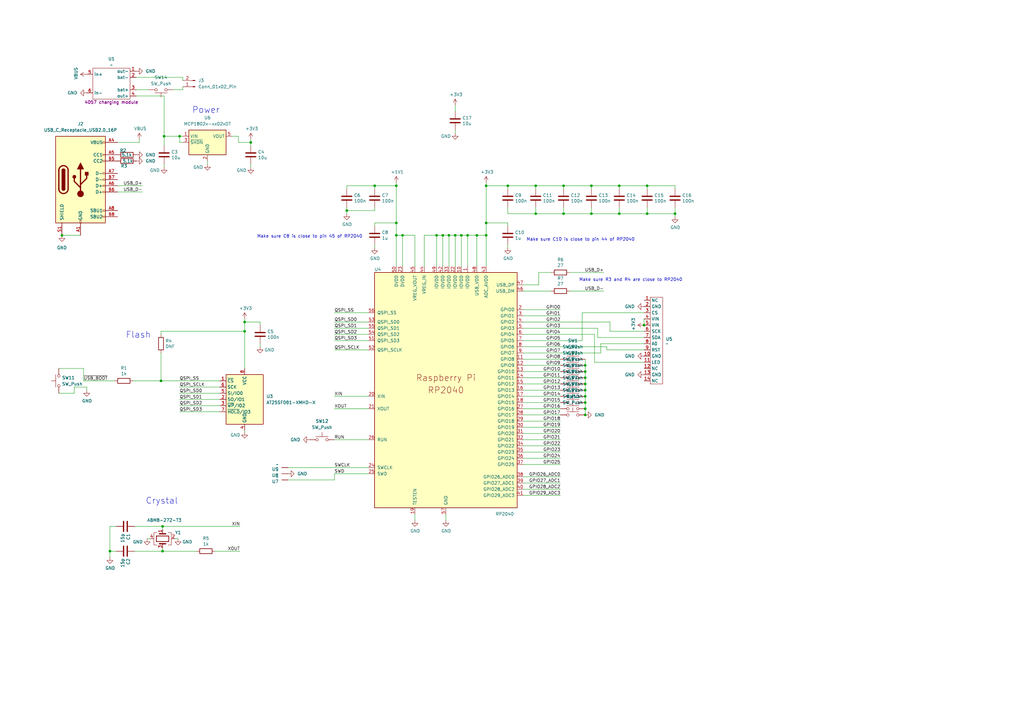
<source format=kicad_sch>
(kicad_sch (version 20231120) (generator "eeschema") (generator_version "8.0")
  (paper "A3")
  (title_block (title "RP2040 Minimal Design Example") (date "2024-01-16") (rev "REV2") (company "Raspberry Pi Ltd"))
  (lib_symbols
    (symbol "Connector:Conn_01x02_Pin" (pin_names (offset 1.016) hide)
      (property "Reference" "J" (at 0 2.54 0))
      (property "Value" "Conn_01x02_Pin" (at 0 -5.08 0))
      (symbol "Conn_01x02_Pin_1_1"
        (pin passive line (at 5.08 0 180) (length 3.81) (name "Pin_1") (number "1"))
        (pin passive line (at 5.08 -2.54 180) (length 3.81) (name "Pin_2") (number "2"))
      )
    )
    (symbol "Connector:USB_C_Receptacle_USB2.0_16P" (pin_names (offset 1.016))
      (property "Reference" "J" (at 0 22.225 0))
      (property "Value" "USB_C_Receptacle_USB2.0_16P" (at 0 19.685 0))
      (symbol "USB_C_Receptacle_USB2.0_16P_1_1"
        (pin passive line (at 0 -22.86 90) (length 5.08) (name "GND") (number "A1"))
        (pin passive line (at 0 -22.86 90) (length 5.08) hide (name "GND") (number "A12"))
        (pin passive line (at 15.24 15.24 180) (length 5.08) (name "VBUS") (number "A4"))
        (pin bidirectional line (at 15.24 10.16 180) (length 5.08) (name "CC1") (number "A5"))
        (pin bidirectional line (at 15.24 -2.54 180) (length 5.08) (name "D+") (number "A6"))
        (pin bidirectional line (at 15.24 2.54 180) (length 5.08) (name "D-") (number "A7"))
        (pin bidirectional line (at 15.24 -12.7 180) (length 5.08) (name "SBU1") (number "A8"))
        (pin passive line (at 15.24 15.24 180) (length 5.08) hide (name "VBUS") (number "A9"))
        (pin passive line (at 0 -22.86 90) (length 5.08) hide (name "GND") (number "B1"))
        (pin passive line (at 0 -22.86 90) (length 5.08) hide (name "GND") (number "B12"))
        (pin passive line (at 15.24 15.24 180) (length 5.08) hide (name "VBUS") (number "B4"))
        (pin bidirectional line (at 15.24 7.62 180) (length 5.08) (name "CC2") (number "B5"))
        (pin bidirectional line (at 15.24 -5.08 180) (length 5.08) (name "D+") (number "B6"))
        (pin bidirectional line (at 15.24 0 180) (length 5.08) (name "D-") (number "B7"))
        (pin bidirectional line (at 15.24 -15.24 180) (length 5.08) (name "SBU2") (number "B8"))
        (pin passive line (at 15.24 15.24 180) (length 5.08) hide (name "VBUS") (number "B9"))
        (pin passive line (at -7.62 -22.86 90) (length 5.08) (name "SHIELD") (number "S1"))
      )
    )
    (symbol "Device:C" (pin_numbers hide) (pin_names (offset 0.254))
      (property "Reference" "C" (at 0.635 2.54 0))
      (property "Value" "C" (at 0.635 -2.54 0))
      (symbol "C_1_1"
        (pin passive line (at 0 3.81 270) (length 2.794) (name "~") (number "1"))
        (pin passive line (at 0 -3.81 90) (length 2.794) (name "~") (number "2"))
      )
    )
    (symbol "Device:Crystal_GND24" (pin_names (offset 1.016) hide)
      (property "Reference" "Y" (at 3.175 5.08 0))
      (property "Value" "Crystal_GND24" (at 3.175 3.175 0))
      (symbol "Crystal_GND24_1_1"
        (pin passive line (at -3.81 0 0) (length 1.27) (name "1") (number "1"))
        (pin passive line (at 0 5.08 270) (length 1.27) (name "2") (number "2"))
        (pin passive line (at 3.81 0 180) (length 1.27) (name "3") (number "3"))
        (pin passive line (at 0 -5.08 90) (length 1.27) (name "4") (number "4"))
      )
    )
    (symbol "Device:R" (pin_numbers hide) (pin_names (offset 0))
      (property "Reference" "R" (at 2.032 0 90))
      (property "Value" "R" (at 0 0 90))
      (symbol "R_1_1"
        (pin passive line (at 0 3.81 270) (length 1.27) (name "~") (number "1"))
        (pin passive line (at 0 -3.81 90) (length 1.27) (name "~") (number "2"))
      )
    )
    (symbol "GND_1" (power) (pin_numbers hide) (pin_names (offset 0) hide)
      (property "Value" "GND" (at 0 -3.81 0))
      (symbol "GND_1_1_1"
        (pin power_in line (at 0 0 270) (length 0) (name "~") (number "1"))
      )
    )
    (symbol "GND_2" (power) (pin_numbers hide) (pin_names (offset 0) hide)
      (property "Value" "GND" (at 0 -3.81 0))
      (symbol "GND_2_1_1"
        (pin power_in line (at 0 0 270) (length 0) (name "~") (number "1"))
      )
    )
    (symbol "GND_3" (power) (pin_numbers hide) (pin_names (offset 0) hide)
      (property "Value" "GND" (at 0 -3.81 0))
      (symbol "GND_3_1_1"
        (pin power_in line (at 0 0 270) (length 0) (name "~") (number "1"))
      )
    )
    (symbol "GND_4" (power) (pin_numbers hide) (pin_names (offset 0) hide)
      (property "Value" "GND" (at 0 -3.81 0))
      (symbol "GND_4_1_1"
        (pin power_in line (at 0 0 270) (length 0) (name "~") (number "1"))
      )
    )
    (symbol "GND_5" (power) (pin_numbers hide) (pin_names (offset 0) hide)
      (property "Value" "GND" (at 0 -3.81 0))
      (symbol "GND_5_1_1"
        (pin power_in line (at 0 0 270) (length 0) (name "~") (number "1"))
      )
    )
    (symbol "GND_6" (power) (pin_numbers hide) (pin_names (offset 0) hide)
      (property "Value" "GND" (at 0 -3.81 0))
      (symbol "GND_6_1_1"
        (pin power_in line (at 0 0 270) (length 0) (name "~") (number "1"))
      )
    )
    (symbol "GND_7" (power) (pin_numbers hide) (pin_names (offset 0) hide)
      (property "Value" "GND" (at 0 -3.81 0))
      (symbol "GND_7_1_1"
        (pin power_in line (at 0 0 270) (length 0) (name "~") (number "1"))
      )
    )
    (symbol "MCU_RaspberryPi_RP2040:RP2040" (pin_names (offset 1.016))
      (property "Reference" "U" (at -29.21 49.53 0))
      (property "Value" "RP2040" (at 24.13 -49.53 0))
      (symbol "RP2040_0_0"
        (text "Raspberry Pi" (at 0 5.08 0) (effects (font (size 2.54 2.54))))
        (text "RP2040" (at 0 0 0) (effects (font (size 2.54 2.54))))
      )
      (symbol "RP2040_1_1"
        (pin power_in line (at 8.89 50.8 270) (length 2.54) (name "IOVDD") (number "1"))
        (pin power_in line (at 6.35 50.8 270) (length 2.54) (name "IOVDD") (number "10"))
        (pin bidirectional line (at 31.75 12.7 180) (length 2.54) (name "GPIO8") (number "11"))
        (pin bidirectional line (at 31.75 10.16 180) (length 2.54) (name "GPIO9") (number "12"))
        (pin bidirectional line (at 31.75 7.62 180) (length 2.54) (name "GPIO10") (number "13"))
        (pin bidirectional line (at 31.75 5.08 180) (length 2.54) (name "GPIO11") (number "14"))
        (pin bidirectional line (at 31.75 2.54 180) (length 2.54) (name "GPIO12") (number "15"))
        (pin bidirectional line (at 31.75 0 180) (length 2.54) (name "GPIO13") (number "16"))
        (pin bidirectional line (at 31.75 -2.54 180) (length 2.54) (name "GPIO14") (number "17"))
        (pin bidirectional line (at 31.75 -5.08 180) (length 2.54) (name "GPIO15") (number "18"))
        (pin passive line (at -12.7 -50.8 90) (length 2.54) (name "TESTEN") (number "19"))
        (pin bidirectional line (at 31.75 33.02 180) (length 2.54) (name "GPIO0") (number "2"))
        (pin input line (at -31.75 -2.54 0) (length 2.54) (name "XIN") (number "20"))
        (pin passive line (at -31.75 -7.62 0) (length 2.54) (name "XOUT") (number "21"))
        (pin power_in line (at 3.81 50.8 270) (length 2.54) (name "IOVDD") (number "22"))
        (pin power_in line (at -17.78 50.8 270) (length 2.54) (name "DVDD") (number "23"))
        (pin output line (at -31.75 -31.75 0) (length 2.54) (name "SWCLK") (number "24"))
        (pin bidirectional line (at -31.75 -34.29 0) (length 2.54) (name "SWD") (number "25"))
        (pin input line (at -31.75 -20.32 0) (length 2.54) (name "RUN") (number "26"))
        (pin bidirectional line (at 31.75 -7.62 180) (length 2.54) (name "GPIO16") (number "27"))
        (pin bidirectional line (at 31.75 -10.16 180) (length 2.54) (name "GPIO17") (number "28"))
        (pin bidirectional line (at 31.75 -12.7 180) (length 2.54) (name "GPIO18") (number "29"))
        (pin bidirectional line (at 31.75 30.48 180) (length 2.54) (name "GPIO1") (number "3"))
        (pin bidirectional line (at 31.75 -15.24 180) (length 2.54) (name "GPIO19") (number "30"))
        (pin bidirectional line (at 31.75 -17.78 180) (length 2.54) (name "GPIO20") (number "31"))
        (pin bidirectional line (at 31.75 -20.32 180) (length 2.54) (name "GPIO21") (number "32"))
        (pin power_in line (at 1.27 50.8 270) (length 2.54) (name "IOVDD") (number "33"))
        (pin bidirectional line (at 31.75 -22.86 180) (length 2.54) (name "GPIO22") (number "34"))
        (pin bidirectional line (at 31.75 -25.4 180) (length 2.54) (name "GPIO23") (number "35"))
        (pin bidirectional line (at 31.75 -27.94 180) (length 2.54) (name "GPIO24") (number "36"))
        (pin bidirectional line (at 31.75 -30.48 180) (length 2.54) (name "GPIO25") (number "37"))
        (pin bidirectional line (at 31.75 -35.56 180) (length 2.54) (name "GPIO26_ADC0") (number "38"))
        (pin bidirectional line (at 31.75 -38.1 180) (length 2.54) (name "GPIO27_ADC1") (number "39"))
        (pin bidirectional line (at 31.75 27.94 180) (length 2.54) (name "GPIO2") (number "4"))
        (pin bidirectional line (at 31.75 -40.64 180) (length 2.54) (name "GPIO28_ADC2") (number "40"))
        (pin bidirectional line (at 31.75 -43.18 180) (length 2.54) (name "GPIO29_ADC3") (number "41"))
        (pin power_in line (at -1.27 50.8 270) (length 2.54) (name "IOVDD") (number "42"))
        (pin power_in line (at 16.51 50.8 270) (length 2.54) (name "ADC_AVDD") (number "43"))
        (pin power_in line (at -8.89 50.8 270) (length 2.54) (name "VREG_IN") (number "44"))
        (pin power_out line (at -12.7 50.8 270) (length 2.54) (name "VREG_VOUT") (number "45"))
        (pin bidirectional line (at 31.75 40.64 180) (length 2.54) (name "USB_DM") (number "46"))
        (pin bidirectional line (at 31.75 43.18 180) (length 2.54) (name "USB_DP") (number "47"))
        (pin power_in line (at 12.7 50.8 270) (length 2.54) (name "USB_VDD") (number "48"))
        (pin power_in line (at -3.81 50.8 270) (length 2.54) (name "IOVDD") (number "49"))
        (pin bidirectional line (at 31.75 25.4 180) (length 2.54) (name "GPIO3") (number "5"))
        (pin power_in line (at -20.32 50.8 270) (length 2.54) (name "DVDD") (number "50"))
        (pin bidirectional line (at -31.75 20.32 0) (length 2.54) (name "QSPI_SD3") (number "51"))
        (pin output line (at -31.75 16.51 0) (length 2.54) (name "QSPI_SCLK") (number "52"))
        (pin bidirectional line (at -31.75 27.94 0) (length 2.54) (name "QSPI_SD0") (number "53"))
        (pin bidirectional line (at -31.75 22.86 0) (length 2.54) (name "QSPI_SD2") (number "54"))
        (pin bidirectional line (at -31.75 25.4 0) (length 2.54) (name "QSPI_SD1") (number "55"))
        (pin bidirectional line (at -31.75 31.75 0) (length 2.54) (name "QSPI_SS") (number "56"))
        (pin power_in line (at 0 -50.8 90) (length 2.54) (name "GND") (number "57"))
        (pin bidirectional line (at 31.75 22.86 180) (length 2.54) (name "GPIO4") (number "6"))
        (pin bidirectional line (at 31.75 20.32 180) (length 2.54) (name "GPIO5") (number "7"))
        (pin bidirectional line (at 31.75 17.78 180) (length 2.54) (name "GPIO6") (number "8"))
        (pin bidirectional line (at 31.75 15.24 180) (length 2.54) (name "GPIO7") (number "9"))
      )
    )
    (symbol "Memory_Flash:AT25SF081-XMHD-X"
      (property "Reference" "U" (at -5.08 11.43 0))
      (property "Value" "AT25SF081-XMHD-X" (at 11.43 11.43 0))
      (symbol "AT25SF081-XMHD-X_1_1"
        (pin input line (at -10.16 7.62 0) (length 2.54) (name "~{CS}") (number "1"))
        (pin bidirectional line (at -10.16 0 0) (length 2.54) (name "SO/IO1") (number "2"))
        (pin bidirectional line (at -10.16 -2.54 0) (length 2.54) (name "~{WP}/IO2") (number "3"))
        (pin power_in line (at 0 -12.7 90) (length 2.54) (name "GND") (number "4"))
        (pin bidirectional line (at -10.16 2.54 0) (length 2.54) (name "SI/IO0") (number "5"))
        (pin input line (at -10.16 5.08 0) (length 2.54) (name "SCK") (number "6"))
        (pin bidirectional line (at -10.16 -5.08 0) (length 2.54) (name "~{HOLD}/IO3") (number "7"))
        (pin power_in line (at 0 12.7 270) (length 2.54) (name "VCC") (number "8"))
      )
    )
    (symbol "Regulator_Linear:MCP1802x-xx02xOT"
      (property "Reference" "U" (at -6.35 6.35 0))
      (property "Value" "MCP1802x-xx02xOT" (at 0 6.35 0))
      (symbol "MCP1802x-xx02xOT_1_1"
        (pin power_in line (at -10.16 2.54 0) (length 2.54) (name "VIN") (number "1"))
        (pin power_in line (at 0 -7.62 90) (length 2.54) (name "GND") (number "2"))
        (pin input line (at -10.16 0 0) (length 2.54) (name "~{SHDN}") (number "3"))
        (pin no_connect line (at 7.62 0 180) (length 2.54) hide (name "NC") (number "4"))
        (pin power_out line (at 10.16 2.54 180) (length 2.54) (name "VOUT") (number "5"))
      )
    )
    (symbol "Switch:SW_Push" (pin_numbers hide) (pin_names (offset 1.016) hide)
      (property "Reference" "SW" (at 1.27 2.54 0))
      (property "Value" "SW_Push" (at 0 -1.524 0))
      (symbol "SW_Push_0_1"
        (pin passive line (at -5.08 0 0) (length 2.54) (name "1") (number "1"))
        (pin passive line (at 5.08 0 180) (length 2.54) (name "2") (number "2"))
      )
    )
    (symbol "power:+1V1" (power) (pin_names (offset 0))
      (property "Value" "+1V1" (at 0 3.556 0))
      (symbol "+1V1_1_1"
        (pin power_in line (at 0 0 90) (length 0) hide (name "+1V1") (number "1"))
      )
    )
    (symbol "power:+3V3" (power) (pin_names (offset 0))
      (property "Value" "+3V3" (at 0 3.556 0))
      (symbol "+3V3_1_1"
        (pin power_in line (at 0 0 90) (length 0) hide (name "+3V3") (number "1"))
      )
    )
    (symbol "power:GND" (power) (pin_names (offset 0))
      (property "Value" "GND" (at 0 -3.81 0))
      (symbol "GND_1_1"
        (pin power_in line (at 0 0 270) (length 0) hide (name "GND") (number "1"))
      )
    )
    (symbol "power:VBUS" (power) (pin_names (offset 0))
      (property "Value" "VBUS" (at 0 3.81 0))
      (symbol "VBUS_1_1"
        (pin power_in line (at 0 0 90) (length 0) hide (name "VBUS") (number "1"))
      )
    )
    (symbol "st7735:4057charging"
      (property "Reference" "U" (at 1.524 4.318 0))
      (symbol "4057charging_1_1"
        (pin output line (at 8.89 1.27 180) (length 2.54) (name "out-") (number "1"))
        (pin input line (at 8.89 -1.27 180) (length 2.54) (name "bat-") (number "2"))
        (pin input line (at 8.89 -6.35 180) (length 2.54) (name "bat+") (number "3"))
        (pin output line (at 8.89 -8.89 180) (length 2.54) (name "out+") (number "4"))
        (pin input line (at -11.43 0 0) (length 2.54) (name "in+") (number "5"))
        (pin input line (at -11.43 -7.62 0) (length 2.54) (name "in-") (number "6"))
      )
    )
    (symbol "st7735:pad"
      (property "Reference" "U" (at 0 0 0))
      (symbol "pad_1_1"
        (pin input line (at 0 0 0) (length 2.54) (name "") (number ""))
      )
    )
    (symbol "st7735:st7735_barebones"
      (property "Reference" "U" (at 2.54 8.89 0))
      (symbol "st7735_barebones_1_1"
        (pin input line (at -2.54 6.35 0) (length 2.54) (name "NC") (number "1"))
        (pin input line (at -2.54 -16.51 0) (length 2.54) (name "GND") (number "10"))
        (pin input line (at -2.54 -19.05 0) (length 2.54) (name "LED") (number "11"))
        (pin input line (at -2.54 -21.59 0) (length 2.54) (name "NC") (number "12"))
        (pin input line (at -2.54 -24.13 0) (length 2.54) (name "GND") (number "13"))
        (pin input line (at -2.54 -26.67 0) (length 2.54) (name "NC") (number "14"))
        (pin input line (at -2.54 3.81 0) (length 2.54) (name "GND") (number "2"))
        (pin input line (at -2.54 1.27 0) (length 2.54) (name "CS") (number "3"))
        (pin input line (at -2.54 -1.27 0) (length 2.54) (name "VIN") (number "4"))
        (pin input line (at -2.54 -3.81 0) (length 2.54) (name "VIN") (number "5"))
        (pin input line (at -2.54 -6.35 0) (length 2.54) (name "SCK") (number "6"))
        (pin input line (at -2.54 -8.89 0) (length 2.54) (name "SDA") (number "7"))
        (pin input line (at -2.54 -11.43 0) (length 2.54) (name "A0") (number "8"))
        (pin input line (at -2.54 -13.97 0) (length 2.54) (name "RST") (number "9"))
      )
    )
  )
  (junction (at 186.69 96.52))
  (junction (at 184.15 96.52))
  (junction (at 100.33 135.89))
  (junction (at 162.56 91.44))
  (junction (at 199.39 91.44))
  (junction (at 153.67 76.2))
  (junction (at 45.085 226.06))
  (junction (at 208.28 76.2))
  (junction (at 231.14 87.63))
  (junction (at 242.57 76.2))
  (junction (at 240.03 152.4))
  (junction (at 67.31 55.88))
  (junction (at 66.675 215.9))
  (junction (at 240.03 170.18))
  (junction (at 231.14 76.2))
  (junction (at 73.66 55.88))
  (junction (at 162.56 96.52))
  (junction (at 240.03 160.02))
  (junction (at 240.03 165.1))
  (junction (at 165.1 96.52))
  (junction (at 189.23 96.52))
  (junction (at 142.24 86.36))
  (junction (at 102.87 58.42))
  (junction (at 240.03 157.48))
  (junction (at 265.43 76.2))
  (junction (at 240.03 149.86))
  (junction (at 276.86 87.63))
  (junction (at 240.03 167.64))
  (junction (at 66.675 226.06))
  (junction (at 242.57 87.63))
  (junction (at 100.33 132.08))
  (junction (at 25.4 96.52))
  (junction (at 162.56 76.2))
  (junction (at 219.71 87.63))
  (junction (at 254 87.63))
  (junction (at 191.77 96.52))
  (junction (at 199.39 96.52))
  (junction (at 66.04 156.21))
  (junction (at 240.03 154.94))
  (junction (at 264.16 133.35))
  (junction (at 181.61 96.52))
  (junction (at 199.39 76.2))
  (junction (at 179.07 96.52))
  (junction (at 254 76.2))
  (junction (at 265.43 87.63))
  (junction (at 240.03 162.56))
  (junction (at 195.58 96.52))
  (junction (at 219.71 76.2))
  (wire (pts (xy 240.03 165.1) (xy 240.03 167.64)))
  (wire (pts (xy 162.56 96.52) (xy 162.56 109.22)))
  (wire (pts (xy 214.63 152.4) (xy 229.87 152.4)))
  (wire (pts (xy 240.03 157.48) (xy 240.03 160.02)))
  (wire (pts (xy 142.24 86.36) (xy 153.67 86.36)))
  (wire (pts (xy 220.98 111.76) (xy 220.98 116.84)))
  (wire (pts (xy 231.14 76.2) (xy 242.57 76.2)))
  (wire (pts (xy 118.11 191.77) (xy 151.13 191.77)))
  (wire (pts (xy 191.77 96.52) (xy 195.58 96.52)))
  (wire (pts (xy 186.69 53.34) (xy 186.69 54.61)))
  (wire (pts (xy 90.17 168.91) (xy 73.66 168.91)))
  (wire (pts (xy 231.14 77.47) (xy 231.14 76.2)))
  (wire (pts (xy 250.19 135.89) (xy 264.16 135.89)))
  (wire (pts (xy 162.56 74.93) (xy 162.56 76.2)))
  (wire (pts (xy 214.63 165.1) (xy 229.87 165.1)))
  (wire (pts (xy 240.03 162.56) (xy 240.03 165.1)))
  (wire (pts (xy 240.03 149.86) (xy 240.03 152.4)))
  (wire (pts (xy 24.13 151.13) (xy 34.29 151.13)))
  (wire (pts (xy 100.33 132.08) (xy 100.33 135.89)))
  (wire (pts (xy 67.31 67.31) (xy 67.31 68.58)))
  (wire (pts (xy 214.63 190.5) (xy 229.87 190.5)))
  (wire (pts (xy 179.07 96.52) (xy 181.61 96.52)))
  (wire (pts (xy 214.63 185.42) (xy 229.87 185.42)))
  (wire (pts (xy 57.15 57.15) (xy 57.15 58.42)))
  (wire (pts (xy 214.63 119.38) (xy 226.06 119.38)))
  (wire (pts (xy 214.63 127) (xy 229.87 127)))
  (wire (pts (xy 243.84 148.59) (xy 264.16 148.59)))
  (wire (pts (xy 73.66 158.75) (xy 90.17 158.75)))
  (wire (pts (xy 34.29 151.13) (xy 34.29 156.21)))
  (wire (pts (xy 100.33 130.81) (xy 100.33 132.08)))
  (wire (pts (xy 233.68 111.76) (xy 247.65 111.76)))
  (wire (pts (xy 170.18 109.22) (xy 170.18 96.52)))
  (wire (pts (xy 73.66 55.88) (xy 67.31 55.88)))
  (wire (pts (xy 243.84 137.16) (xy 243.84 148.59)))
  (wire (pts (xy 48.26 76.2) (xy 58.42 76.2)))
  (wire (pts (xy 231.14 85.09) (xy 231.14 87.63)))
  (wire (pts (xy 214.63 132.08) (xy 250.19 132.08)))
  (wire (pts (xy 246.38 140.97) (xy 246.38 144.78)))
  (wire (pts (xy 67.31 39.37) (xy 67.31 55.88)))
  (wire (pts (xy 162.56 91.44) (xy 162.56 96.52)))
  (wire (pts (xy 240.03 147.32) (xy 240.03 149.86)))
  (wire (pts (xy 74.93 36.83) (xy 74.93 35.56)))
  (wire (pts (xy 60.325 220.98) (xy 61.595 220.98)))
  (wire (pts (xy 73.66 58.42) (xy 74.93 58.42)))
  (wire (pts (xy 173.99 96.52) (xy 179.07 96.52)))
  (wire (pts (xy 142.24 76.2) (xy 153.67 76.2)))
  (wire (pts (xy 214.63 200.66) (xy 229.87 200.66)))
  (wire (pts (xy 66.04 144.78) (xy 66.04 156.21)))
  (wire (pts (xy 264.16 130.81) (xy 264.16 133.35)))
  (wire (pts (xy 240.03 160.02) (xy 240.03 162.56)))
  (wire (pts (xy 264.16 138.43) (xy 245.11 138.43)))
  (wire (pts (xy 142.24 85.09) (xy 142.24 86.36)))
  (wire (pts (xy 71.755 220.98) (xy 73.025 220.98)))
  (wire (pts (xy 25.4 96.52) (xy 33.02 96.52)))
  (wire (pts (xy 137.16 139.7) (xy 151.13 139.7)))
  (wire (pts (xy 55.245 215.9) (xy 66.675 215.9)))
  (wire (pts (xy 102.87 59.69) (xy 102.87 58.42)))
  (wire (pts (xy 199.39 96.52) (xy 199.39 109.22)))
  (wire (pts (xy 153.67 76.2) (xy 162.56 76.2)))
  (wire (pts (xy 46.99 156.21) (xy 34.29 156.21)))
  (wire (pts (xy 199.39 91.44) (xy 208.28 91.44)))
  (wire (pts (xy 100.33 177.165) (xy 100.33 176.53)))
  (wire (pts (xy 184.15 109.22) (xy 184.15 96.52)))
  (wire (pts (xy 74.93 31.75) (xy 74.93 33.02)))
  (wire (pts (xy 55.88 39.37) (xy 67.31 39.37)))
  (wire (pts (xy 162.56 76.2) (xy 162.56 91.44)))
  (wire (pts (xy 195.58 96.52) (xy 199.39 96.52)))
  (wire (pts (xy 137.16 134.62) (xy 151.13 134.62)))
  (wire (pts (xy 151.13 180.34) (xy 137.16 180.34)))
  (wire (pts (xy 254 77.47) (xy 254 76.2)))
  (wire (pts (xy 181.61 96.52) (xy 184.15 96.52)))
  (wire (pts (xy 90.17 163.83) (xy 73.66 163.83)))
  (wire (pts (xy 208.28 77.47) (xy 208.28 76.2)))
  (wire (pts (xy 48.26 78.74) (xy 58.42 78.74)))
  (wire (pts (xy 199.39 76.2) (xy 208.28 76.2)))
  (wire (pts (xy 106.68 132.08) (xy 100.33 132.08)))
  (wire (pts (xy 191.77 96.52) (xy 191.77 109.22)))
  (wire (pts (xy 181.61 109.22) (xy 181.61 96.52)))
  (wire (pts (xy 66.675 224.79) (xy 66.675 226.06)))
  (wire (pts (xy 45.085 226.06) (xy 45.085 228.6)))
  (wire (pts (xy 214.63 116.84) (xy 220.98 116.84)))
  (wire (pts (xy 199.39 76.2) (xy 199.39 91.44)))
  (wire (pts (xy 85.09 66.04) (xy 85.09 67.31)))
  (wire (pts (xy 151.13 167.64) (xy 137.16 167.64)))
  (wire (pts (xy 55.88 36.83) (xy 60.96 36.83)))
  (wire (pts (xy 151.13 128.27) (xy 137.16 128.27)))
  (wire (pts (xy 97.79 55.88) (xy 95.25 55.88)))
  (wire (pts (xy 254 76.2) (xy 265.43 76.2)))
  (wire (pts (xy 276.86 85.09) (xy 276.86 87.63)))
  (wire (pts (xy 88.265 226.06) (xy 98.425 226.06)))
  (wire (pts (xy 97.79 58.42) (xy 102.87 58.42)))
  (wire (pts (xy 214.63 162.56) (xy 229.87 162.56)))
  (wire (pts (xy 214.63 142.24) (xy 248.92 142.24)))
  (wire (pts (xy 153.67 86.36) (xy 153.67 85.09)))
  (wire (pts (xy 219.71 77.47) (xy 219.71 76.2)))
  (wire (pts (xy 264.16 128.27) (xy 238.76 128.27)))
  (wire (pts (xy 219.71 87.63) (xy 208.28 87.63)))
  (wire (pts (xy 214.63 195.58) (xy 229.87 195.58)))
  (wire (pts (xy 199.39 91.44) (xy 199.39 96.52)))
  (wire (pts (xy 245.11 138.43) (xy 245.11 134.62)))
  (wire (pts (xy 199.39 74.93) (xy 199.39 76.2)))
  (wire (pts (xy 214.63 144.78) (xy 246.38 144.78)))
  (wire (pts (xy 153.67 92.71) (xy 153.67 91.44)))
  (wire (pts (xy 90.17 166.37) (xy 73.66 166.37)))
  (wire (pts (xy 30.48 158.75) (xy 35.56 158.75)))
  (wire (pts (xy 219.71 76.2) (xy 231.14 76.2)))
  (wire (pts (xy 54.61 156.21) (xy 66.04 156.21)))
  (wire (pts (xy 248.92 143.51) (xy 248.92 142.24)))
  (wire (pts (xy 214.63 203.2) (xy 229.87 203.2)))
  (wire (pts (xy 238.76 128.27) (xy 238.76 139.7)))
  (wire (pts (xy 219.71 85.09) (xy 219.71 87.63)))
  (wire (pts (xy 165.1 109.22) (xy 165.1 96.52)))
  (wire (pts (xy 265.43 87.63) (xy 276.86 87.63)))
  (wire (pts (xy 264.16 140.97) (xy 246.38 140.97)))
  (wire (pts (xy 74.93 55.88) (xy 73.66 55.88)))
  (wire (pts (xy 254 85.09) (xy 254 87.63)))
  (wire (pts (xy 71.12 36.83) (xy 74.93 36.83)))
  (wire (pts (xy 208.28 76.2) (xy 219.71 76.2)))
  (wire (pts (xy 208.28 100.33) (xy 208.28 101.6)))
  (wire (pts (xy 240.03 154.94) (xy 240.03 157.48)))
  (wire (pts (xy 214.63 147.32) (xy 229.87 147.32)))
  (wire (pts (xy 189.23 109.22) (xy 189.23 96.52)))
  (wire (pts (xy 55.245 226.06) (xy 66.675 226.06)))
  (wire (pts (xy 47.625 226.06) (xy 45.085 226.06)))
  (wire (pts (xy 66.675 226.06) (xy 80.645 226.06)))
  (wire (pts (xy 214.63 134.62) (xy 245.11 134.62)))
  (wire (pts (xy 276.86 77.47) (xy 276.86 76.2)))
  (wire (pts (xy 250.19 135.89) (xy 250.19 132.08)))
  (wire (pts (xy 151.13 194.31) (xy 137.16 194.31)))
  (wire (pts (xy 184.15 96.52) (xy 186.69 96.52)))
  (wire (pts (xy 276.86 87.63) (xy 276.86 88.9)))
  (wire (pts (xy 186.69 43.18) (xy 186.69 45.72)))
  (wire (pts (xy 137.16 196.85) (xy 137.16 194.31)))
  (wire (pts (xy 214.63 172.72) (xy 229.87 172.72)))
  (wire (pts (xy 151.13 143.51) (xy 137.16 143.51)))
  (wire (pts (xy 24.13 161.29) (xy 30.48 161.29)))
  (wire (pts (xy 182.88 210.82) (xy 182.88 213.36)))
  (wire (pts (xy 153.67 91.44) (xy 162.56 91.44)))
  (wire (pts (xy 240.03 152.4) (xy 240.03 154.94)))
  (wire (pts (xy 214.63 170.18) (xy 229.87 170.18)))
  (wire (pts (xy 90.17 161.29) (xy 73.66 161.29)))
  (wire (pts (xy 231.14 87.63) (xy 219.71 87.63)))
  (wire (pts (xy 208.28 85.09) (xy 208.28 87.63)))
  (wire (pts (xy 170.18 210.82) (xy 170.18 213.36)))
  (wire (pts (xy 214.63 175.26) (xy 229.87 175.26)))
  (wire (pts (xy 47.625 215.9) (xy 45.085 215.9)))
  (wire (pts (xy 48.26 58.42) (xy 57.15 58.42)))
  (wire (pts (xy 214.63 154.94) (xy 229.87 154.94)))
  (wire (pts (xy 214.63 180.34) (xy 229.87 180.34)))
  (wire (pts (xy 165.1 96.52) (xy 162.56 96.52)))
  (wire (pts (xy 233.68 119.38) (xy 247.65 119.38)))
  (wire (pts (xy 214.63 160.02) (xy 229.87 160.02)))
  (wire (pts (xy 265.43 87.63) (xy 254 87.63)))
  (wire (pts (xy 45.085 215.9) (xy 45.085 226.06)))
  (wire (pts (xy 264.16 143.51) (xy 248.92 143.51)))
  (wire (pts (xy 66.675 217.17) (xy 66.675 215.9)))
  (wire (pts (xy 137.16 132.08) (xy 151.13 132.08)))
  (wire (pts (xy 186.69 96.52) (xy 189.23 96.52)))
  (wire (pts (xy 214.63 149.86) (xy 229.87 149.86)))
  (wire (pts (xy 214.63 167.64) (xy 229.87 167.64)))
  (wire (pts (xy 142.24 77.47) (xy 142.24 76.2)))
  (wire (pts (xy 67.31 55.88) (xy 67.31 59.69)))
  (wire (pts (xy 220.98 111.76) (xy 226.06 111.76)))
  (wire (pts (xy 106.68 140.97) (xy 106.68 142.24)))
  (wire (pts (xy 142.24 86.36) (xy 142.24 87.63)))
  (wire (pts (xy 265.43 85.09) (xy 265.43 87.63)))
  (wire (pts (xy 137.16 162.56) (xy 151.13 162.56)))
  (wire (pts (xy 214.63 157.48) (xy 229.87 157.48)))
  (wire (pts (xy 242.57 76.2) (xy 254 76.2)))
  (wire (pts (xy 30.48 161.29) (xy 30.48 158.75)))
  (wire (pts (xy 208.28 92.71) (xy 208.28 91.44)))
  (wire (pts (xy 137.16 137.16) (xy 151.13 137.16)))
  (wire (pts (xy 214.63 139.7) (xy 238.76 139.7)))
  (wire (pts (xy 214.63 182.88) (xy 229.87 182.88)))
  (wire (pts (xy 214.63 129.54) (xy 229.87 129.54)))
  (wire (pts (xy 242.57 87.63) (xy 231.14 87.63)))
  (wire (pts (xy 106.68 133.35) (xy 106.68 132.08)))
  (wire (pts (xy 254 87.63) (xy 242.57 87.63)))
  (wire (pts (xy 118.11 196.85) (xy 137.16 196.85)))
  (wire (pts (xy 189.23 96.52) (xy 191.77 96.52)))
  (wire (pts (xy 66.04 156.21) (xy 90.17 156.21)))
  (wire (pts (xy 97.79 58.42) (xy 97.79 55.88)))
  (wire (pts (xy 179.07 109.22) (xy 179.07 96.52)))
  (wire (pts (xy 73.66 55.88) (xy 73.66 58.42)))
  (wire (pts (xy 240.03 167.64) (xy 240.03 170.18)))
  (wire (pts (xy 186.69 109.22) (xy 186.69 96.52)))
  (wire (pts (xy 153.67 77.47) (xy 153.67 76.2)))
  (wire (pts (xy 55.88 31.75) (xy 74.93 31.75)))
  (wire (pts (xy 170.18 96.52) (xy 165.1 96.52)))
  (wire (pts (xy 265.43 76.2) (xy 276.86 76.2)))
  (wire (pts (xy 265.43 77.47) (xy 265.43 76.2)))
  (wire (pts (xy 242.57 85.09) (xy 242.57 87.63)))
  (wire (pts (xy 214.63 177.8) (xy 229.87 177.8)))
  (wire (pts (xy 214.63 187.96) (xy 229.87 187.96)))
  (wire (pts (xy 195.58 109.22) (xy 195.58 96.52)))
  (wire (pts (xy 242.57 77.47) (xy 242.57 76.2)))
  (wire (pts (xy 173.99 109.22) (xy 173.99 96.52)))
  (wire (pts (xy 153.67 100.33) (xy 153.67 101.6)))
  (wire (pts (xy 102.87 67.31) (xy 102.87 68.58)))
  (wire (pts (xy 66.04 137.16) (xy 66.04 135.89)))
  (wire (pts (xy 66.04 135.89) (xy 100.33 135.89)))
  (wire (pts (xy 102.87 58.42) (xy 102.87 57.15)))
  (wire (pts (xy 214.63 198.12) (xy 229.87 198.12)))
  (wire (pts (xy 214.63 137.16) (xy 243.84 137.16)))
  (wire (pts (xy 35.56 158.75) (xy 35.56 160.02)))
  (wire (pts (xy 100.33 135.89) (xy 100.33 151.13)))
  (wire (pts (xy 66.675 215.9) (xy 98.425 215.9)))
  (text "Power" (at 78.74 46.736 0) (effects (font (size 2.54 2.54)) (justify left bottom)))
  (text "Crystal" (at 59.69 207.01 0) (effects (font (size 2.54 2.54)) (justify left bottom)))
  (text "Make sure C8 is close to pin 45 of RP2040" (at 105.41 97.79 0) (effects (font (size 1.27 1.27)) (justify left bottom)))
  (text "Make sure C10 is close to pin 44 of RP2040" (at 215.9 99.06 0) (effects (font (size 1.27 1.27)) (justify left bottom)))
  (text "Make sure R3 and R4 are close to RP2040" (at 237.49 115.57 0) (effects (font (size 1.27 1.27)) (justify left bottom)))
  (text "Flash" (at 51.562 138.938 0) (effects (font (size 2.54 2.54)) (justify left bottom)))
  (label "XOUT" (at 98.425 226.06 180))
  (label "USB_D-" (at 58.42 78.74 180))
  (label "QSPI_SS" (at 73.66 156.21 0))
  (label "QSPI_SD3" (at 73.66 168.91 0))
  (label "QSPI_SD2" (at 137.16 137.16 0))
  (label "USB_D-" (at 247.65 119.38 180))
  (label "GPIO4" (at 229.87 137.16 180))
  (label "RUN" (at 137.16 180.34 0))
  (label "XOUT" (at 137.16 167.64 0))
  (label "GPIO29_ADC3" (at 229.87 203.2 180))
  (label "QSPI_SD1" (at 137.16 134.62 0))
  (label "GPIO13" (at 229.87 160.02 180))
  (label "GPIO6" (at 229.87 142.24 180))
  (label "USB_D+" (at 247.65 111.76 180))
  (label "SWD" (at 137.16 194.31 0))
  (label "GPIO20" (at 229.87 177.8 180))
  (label "QSPI_SD1" (at 73.66 163.83 0))
  (label "QSPI_SD3" (at 137.16 139.7 0))
  (label "GPIO18" (at 229.87 172.72 180))
  (label "GPIO25" (at 229.87 190.5 180))
  (label "GPIO0" (at 229.87 127 180))
  (label "GPIO21" (at 229.87 180.34 180))
  (label "GPIO11" (at 229.87 154.94 180))
  (label "GPIO27_ADC1" (at 229.87 198.12 180))
  (label "GPIO1" (at 229.87 129.54 180))
  (label "XIN" (at 98.425 215.9 180))
  (label "USB_D+" (at 58.42 76.2 180))
  (label "GPIO14" (at 229.87 162.56 180))
  (label "GPIO3" (at 229.87 134.62 180))
  (label "GPIO10" (at 229.87 152.4 180))
  (label "GPIO23" (at 229.87 185.42 180))
  (label "SWCLK" (at 137.16 191.77 0))
  (label "QSPI_SCLK" (at 137.16 143.51 0))
  (label "QSPI_SD0" (at 137.16 132.08 0))
  (label "GPIO17" (at 229.87 170.18 180))
  (label "GPIO2" (at 229.87 132.08 180))
  (label "GPIO9" (at 229.87 149.86 180))
  (label "GPIO15" (at 229.87 165.1 180))
  (label "GPIO12" (at 229.87 157.48 180))
  (label "GPIO24" (at 229.87 187.96 180))
  (label "GPIO5" (at 229.87 139.7 180))
  (label "GPIO22" (at 229.87 182.88 180))
  (label "GPIO19" (at 229.87 175.26 180))
  (label "QSPI_SS" (at 137.16 128.27 0))
  (label "QSPI_SD2" (at 73.66 166.37 0))
  (label "QSPI_SD0" (at 73.66 161.29 0))
  (label "QSPI_SCLK" (at 73.66 158.75 0))
  (label "~{USB_BOOT}" (at 34.29 156.21 0))
  (label "GPIO26_ADC0" (at 229.87 195.58 180))
  (label "GPIO28_ADC2" (at 229.87 200.66 180))
  (label "GPIO16" (at 229.87 167.64 180))
  (label "GPIO8" (at 229.87 147.32 180))
  (label "XIN" (at 137.16 162.56 0))
  (label "GPIO7" (at 229.87 144.78 180))
  (symbol (lib_id "MCU_RaspberryPi_RP2040:RP2040") (at 182.88 160.02 0) (unit 1)
    (property "Reference" "U4" (at 154.94 110.49 0))
    (property "Value" "RP2040" (at 207.01 210.82 0))
    (property "Footprint" "RP2040_minimal:RP2040-QFN-56" (effects (hide yes)))
  )
  (symbol (lib_id "power:+3V3") (at 100.33 130.81 0) (unit 1)
    (property "Reference" "#PWR014" (effects (hide yes)))
    (property "Value" "+3V3" (at 100.711 126.4158 0))
  )
  (symbol (lib_id "power:GND") (at 100.33 177.165 0) (unit 1)
    (property "Reference" "#PWR015" (effects (hide yes)))
    (property "Value" "GND" (at 96.52 178.435 0))
  )
  (symbol (lib_id "Device:R") (at 66.04 140.97 0) (unit 1)
    (property "Reference" "R4" (at 67.818 139.8016 0) (effects (justify left)))
    (property "Value" "DNF" (at 67.818 142.113 0) (effects (justify left)))
    (property "Footprint" "Resistor_SMD:R_0402_1005Metric" (effects (hide yes)))
  )
  (symbol (lib_id "Device:R") (at 50.8 156.21 270) (unit 1)
    (property "Reference" "R1" (at 50.8 150.9522 90))
    (property "Value" "1k" (at 50.8 153.2636 90))
    (property "Footprint" "Resistor_SMD:R_0402_1005Metric" (effects (hide yes)))
  )
  (symbol (lib_id "Device:C") (at 106.68 137.16 0) (unit 1)
    (property "Reference" "C5" (at 109.601 135.9916 0) (effects (justify left)))
    (property "Value" "100n" (at 109.601 138.303 0) (effects (justify left)))
    (property "Footprint" "Capacitor_SMD:C_0402_1005Metric" (effects (hide yes)))
  )
  (symbol (lib_id "power:GND") (at 106.68 142.24 0) (unit 1)
    (property "Reference" "#PWR018" (effects (hide yes)))
    (property "Value" "GND" (at 110.49 143.51 0))
  )
  (symbol (lib_id "power:GND") (at 182.88 213.36 0) (unit 1)
    (property "Reference" "#PWR023" (effects (hide yes)))
    (property "Value" "GND" (at 183.007 217.7542 0))
  )
  (symbol (lib_id "power:GND") (at 170.18 213.36 0) (unit 1)
    (property "Reference" "#PWR022" (effects (hide yes)))
    (property "Value" "GND" (at 170.307 217.7542 0))
  )
  (symbol (lib_id "Device:R") (at 229.87 111.76 270) (unit 1)
    (property "Reference" "R6" (at 229.87 106.5022 90))
    (property "Value" "27" (at 229.87 108.8136 90))
    (property "Footprint" "Resistor_SMD:R_0402_1005Metric" (effects (hide yes)))
  )
  (symbol (lib_id "Device:R") (at 229.87 119.38 270) (unit 1)
    (property "Reference" "R7" (at 229.87 114.1222 90))
    (property "Value" "27" (at 229.87 116.4336 90))
    (property "Footprint" "Resistor_SMD:R_0402_1005Metric" (effects (hide yes)))
  )
  (symbol (lib_id "power:+3V3") (at 199.39 74.93 0) (unit 1)
    (property "Reference" "#PWR024" (effects (hide yes)))
    (property "Value" "+3V3" (at 199.771 70.5358 0))
  )
  (symbol (lib_id "power:+1V1") (at 162.56 74.93 0) (unit 1)
    (property "Reference" "#PWR021" (effects (hide yes)))
    (property "Value" "+1V1" (at 162.941 70.5358 0))
  )
  (symbol (lib_id "Device:C") (at 208.28 81.28 0) (unit 1)
    (property "Reference" "C9" (at 211.201 80.1116 0) (effects (justify left)))
    (property "Value" "100n" (at 211.201 82.423 0) (effects (justify left)))
    (property "Footprint" "Capacitor_SMD:C_0402_1005Metric" (effects (hide yes)))
  )
  (symbol (lib_id "Device:C") (at 219.71 81.28 0) (unit 1)
    (property "Reference" "C11" (at 222.631 80.1116 0) (effects (justify left)))
    (property "Value" "100n" (at 222.631 82.423 0) (effects (justify left)))
    (property "Footprint" "Capacitor_SMD:C_0402_1005Metric" (effects (hide yes)))
  )
  (symbol (lib_id "Device:C") (at 231.14 81.28 0) (unit 1)
    (property "Reference" "C12" (at 234.061 80.1116 0) (effects (justify left)))
    (property "Value" "100n" (at 234.061 82.423 0) (effects (justify left)))
    (property "Footprint" "Capacitor_SMD:C_0402_1005Metric" (effects (hide yes)))
  )
  (symbol (lib_id "Device:C") (at 242.57 81.28 0) (unit 1)
    (property "Reference" "C13" (at 245.491 80.1116 0) (effects (justify left)))
    (property "Value" "100n" (at 245.491 82.423 0) (effects (justify left)))
    (property "Footprint" "Capacitor_SMD:C_0402_1005Metric" (effects (hide yes)))
  )
  (symbol (lib_id "Device:C") (at 254 81.28 0) (unit 1)
    (property "Reference" "C14" (at 256.921 80.1116 0) (effects (justify left)))
    (property "Value" "100n" (at 256.921 82.423 0) (effects (justify left)))
    (property "Footprint" "Capacitor_SMD:C_0402_1005Metric" (effects (hide yes)))
  )
  (symbol (lib_id "Device:C") (at 265.43 81.28 0) (unit 1)
    (property "Reference" "C15" (at 268.351 80.1116 0) (effects (justify left)))
    (property "Value" "100n" (at 268.351 82.423 0) (effects (justify left)))
    (property "Footprint" "Capacitor_SMD:C_0402_1005Metric" (effects (hide yes)))
  )
  (symbol (lib_id "Device:C") (at 276.86 81.28 0) (unit 1)
    (property "Reference" "C16" (at 279.781 80.1116 0) (effects (justify left)))
    (property "Value" "100n" (at 279.781 82.423 0) (effects (justify left)))
    (property "Footprint" "Capacitor_SMD:C_0402_1005Metric" (effects (hide yes)))
  )
  (symbol (lib_id "Device:C") (at 142.24 81.28 0) (unit 1)
    (property "Reference" "C6" (at 145.161 80.1116 0) (effects (justify left)))
    (property "Value" "100n" (at 145.161 82.423 0) (effects (justify left)))
    (property "Footprint" "Capacitor_SMD:C_0402_1005Metric" (effects (hide yes)))
  )
  (symbol (lib_id "Device:C") (at 153.67 81.28 0) (unit 1)
    (property "Reference" "C7" (at 156.591 80.1116 0) (effects (justify left)))
    (property "Value" "100n" (at 156.591 82.423 0) (effects (justify left)))
    (property "Footprint" "Capacitor_SMD:C_0402_1005Metric" (effects (hide yes)))
  )
  (symbol (lib_id "Device:C") (at 153.67 96.52 0) (unit 1)
    (property "Reference" "C8" (at 156.591 95.3516 0) (effects (justify left)))
    (property "Value" "1u" (at 156.591 97.663 0) (effects (justify left)))
    (property "Footprint" "Capacitor_SMD:C_0402_1005Metric" (effects (hide yes)))
  )
  (symbol (lib_id "Device:C") (at 208.28 96.52 0) (unit 1)
    (property "Reference" "C10" (at 211.201 95.3516 0) (effects (justify left)))
    (property "Value" "1u" (at 211.201 97.663 0) (effects (justify left)))
    (property "Footprint" "Capacitor_SMD:C_0402_1005Metric" (effects (hide yes)))
  )
  (symbol (lib_id "power:GND") (at 276.86 88.9 0) (unit 1)
    (property "Reference" "#PWR031" (effects (hide yes)))
    (property "Value" "GND" (at 276.987 93.2942 0))
  )
  (symbol (lib_id "power:GND") (at 142.24 87.63 0) (unit 1)
    (property "Reference" "#PWR019" (effects (hide yes)))
    (property "Value" "GND" (at 142.367 92.0242 0))
  )
  (symbol (lib_id "power:GND") (at 153.67 101.6 0) (unit 1)
    (property "Reference" "#PWR020" (effects (hide yes)))
    (property "Value" "GND" (at 153.797 105.9942 0))
  )
  (symbol (lib_id "power:GND") (at 208.28 101.6 0) (unit 1)
    (property "Reference" "#PWR025" (effects (hide yes)))
    (property "Value" "GND" (at 208.407 105.9942 0))
  )
  (symbol (lib_id "power:VBUS") (at 57.15 57.15 0) (unit 1)
    (property "Reference" "#PWR09" (effects (hide yes)))
    (property "Value" "VBUS" (at 57.531 52.7558 0))
  )
  (symbol (lib_id "power:GND") (at 85.09 67.31 0) (unit 1)
    (property "Reference" "#PWR013" (effects (hide yes)))
    (property "Value" "GND" (at 81.28 68.58 0))
  )
  (symbol (lib_id "power:+3V3") (at 102.87 57.15 0) (unit 1)
    (property "Reference" "#PWR016" (effects (hide yes)))
    (property "Value" "+3V3" (at 103.251 52.7558 0))
  )
  (symbol (lib_id "Device:C") (at 67.31 63.5 0) (unit 1)
    (property "Reference" "C3" (at 70.231 62.3316 0) (effects (justify left)))
    (property "Value" "10u" (at 70.231 64.643 0) (effects (justify left)))
    (property "Footprint" "Capacitor_SMD:C_0805_2012Metric" (effects (hide yes)))
  )
  (symbol (lib_id "Device:C") (at 102.87 63.5 0) (unit 1)
    (property "Reference" "C4" (at 105.791 62.3316 0) (effects (justify left)))
    (property "Value" "10u" (at 105.791 64.643 0) (effects (justify left)))
    (property "Footprint" "Capacitor_SMD:C_0805_2012Metric" (effects (hide yes)))
  )
  (symbol (lib_id "power:GND") (at 67.31 68.58 0) (unit 1)
    (property "Reference" "#PWR011" (effects (hide yes)))
    (property "Value" "GND" (at 63.5 69.85 0))
  )
  (symbol (lib_id "power:GND") (at 102.87 68.58 0) (unit 1)
    (property "Reference" "#PWR017" (effects (hide yes)))
    (property "Value" "GND" (at 99.06 69.85 0))
  )
  (symbol (lib_id "power:+3V3") (at 186.69 43.18 0) (unit 1)
    (property "Reference" "#PWR032" (effects (hide yes)))
    (property "Value" "+3V3" (at 187.071 38.7858 0))
  )
  (symbol (lib_id "Device:C") (at 186.69 49.53 0) (unit 1)
    (property "Reference" "C17" (at 189.611 48.3616 0) (effects (justify left)))
    (property "Value" "10u" (at 189.611 50.673 0) (effects (justify left)))
    (property "Footprint" "Capacitor_SMD:C_0805_2012Metric" (effects (hide yes)))
  )
  (symbol (lib_id "power:GND") (at 186.69 54.61 0) (unit 1)
    (property "Reference" "#PWR033" (effects (hide yes)))
    (property "Value" "GND" (at 182.88 55.88 0))
  )
  (symbol (lib_id "power:GND") (at 35.56 160.02 0) (unit 1)
    (property "Reference" "#PWR02" (effects (hide yes)))
    (property "Value" "GND" (at 35.687 164.4142 0))
  )
  (symbol (lib_id "Switch:SW_Push") (at 132.08 180.34 0) (unit 1)
    (property "Reference" "SW12" (at 132.08 172.72 0))
    (property "Value" "SW_Push" (at 132.08 175.26 0))
    (property "Footprint" "Button_Switch_SMD:SW_Push_SPST_NO_Alps_SKRK" (effects (hide yes)))
    (property "Description" "Push button switch, generic, two pins" (effects (hide yes)))
  )
  (symbol (lib_id "Switch:SW_Push") (at 234.95 157.48 0) (unit 1)
    (property "Reference" "SW5" (at 234.95 149.86 0))
    (property "Value" "SW_Push" (at 234.95 152.4 0))
    (property "Footprint" "button:rect_silent_button" (effects (hide yes)))
    (property "Description" "Push button switch, generic, two pins" (effects (hide yes)))
  )
  (symbol (lib_name "GND_1") (lib_id "power:GND") (at 240.03 170.18 90) (unit 1)
    (property "Reference" "#PWR026" (effects (hide yes)))
    (property "Value" "GND" (at 243.84 170.1799 90) (effects (justify right)))
    (property "Description" "Power symbol creates a global label with name \"GND\" , ground" (effects (hide yes)))
  )
  (symbol (lib_id "Switch:SW_Push") (at 24.13 156.21 90) (unit 1)
    (property "Reference" "SW11" (at 25.4 154.9399 90) (effects (justify right)))
    (property "Value" "SW_Push" (at 25.4 157.4799 90) (effects (justify right)))
    (property "Footprint" "Button_Switch_SMD:SW_Push_SPST_NO_Alps_SKRK" (effects (hide yes)))
    (property "Description" "Push button switch, generic, two pins" (effects (hide yes)))
  )
  (symbol (lib_name "GND_6") (lib_id "power:GND") (at 127 180.34 270) (unit 1)
    (property "Reference" "#PWR034" (effects (hide yes)))
    (property "Value" "GND" (at 123.19 180.3399 90) (effects (justify right)))
    (property "Description" "Power symbol creates a global label with name \"GND\" , ground" (effects (hide yes)))
  )
  (symbol (lib_id "power:+3V3") (at 264.16 133.35 90) (unit 1)
    (property "Reference" "#PWR028" (effects (hide yes)))
    (property "Value" "+3V3" (at 259.7658 132.969 0))
  )
  (symbol (lib_id "st7735:pad") (at 118.11 194.31 180) (unit 1)
    (property "Reference" "U8" (at 114.3 194.9451 0) (effects (justify left)))
    (property "Value" "~" (at 114.3 193.04 0) (effects (justify left)))
    (property "Footprint" "ST7735BRBNS:pad" (effects (hide yes)))
  )
  (symbol (lib_id "Device:Crystal_GND24") (at 66.675 220.98 270) (unit 1)
    (property "Reference" "Y1" (at 71.755 218.44 90) (effects (justify left)))
    (property "Value" "ABM8-272-T3" (at 60.325 213.36 90) (effects (justify left)))
    (property "Footprint" "Crystal:Crystal_SMD_3225-4Pin_3.2x2.5mm" (effects (hide yes)))
  )
  (symbol (lib_id "power:GND") (at 73.025 220.98 0) (unit 1)
    (property "Reference" "#PWR012" (effects (hide yes)))
    (property "Value" "GND" (at 76.835 222.25 0))
  )
  (symbol (lib_id "Switch:SW_Push") (at 234.95 165.1 0) (unit 1)
    (property "Reference" "SW8" (at 234.95 157.48 0))
    (property "Value" "SW_Push" (at 234.95 160.02 0))
    (property "Footprint" "button:rect_silent_button" (effects (hide yes)))
    (property "Description" "Push button switch, generic, two pins" (effects (hide yes)))
  )
  (symbol (lib_name "GND_2") (lib_id "power:GND") (at 264.16 153.67 270) (unit 1)
    (property "Reference" "#PWR030" (effects (hide yes)))
    (property "Value" "GND" (at 260.35 153.6699 90) (effects (justify right)))
    (property "Description" "Power symbol creates a global label with name \"GND\" , ground" (effects (hide yes)))
  )
  (symbol (lib_id "Device:C") (at 51.435 215.9 270) (unit 1)
    (property "Reference" "C1" (at 52.6034 218.821 0) (effects (justify left)))
    (property "Value" "15p" (at 50.292 218.821 0) (effects (justify left)))
    (property "Footprint" "Capacitor_SMD:C_0402_1005Metric" (effects (hide yes)))
  )
  (symbol (lib_id "Switch:SW_Push") (at 234.95 154.94 0) (unit 1)
    (property "Reference" "SW4" (at 234.95 147.32 0))
    (property "Value" "SW_Push" (at 234.95 149.86 0))
    (property "Footprint" "button:rect_silent_button" (effects (hide yes)))
    (property "Description" "Push button switch, generic, two pins" (effects (hide yes)))
  )
  (symbol (lib_id "Switch:SW_Push") (at 234.95 149.86 0) (unit 1)
    (property "Reference" "SW2" (at 234.95 142.24 0))
    (property "Value" "SW_Push" (at 234.95 144.78 0))
    (property "Footprint" "button:rect_silent_button" (effects (hide yes)))
    (property "Description" "Push button switch, generic, two pins" (effects (hide yes)))
  )
  (symbol (lib_id "Device:R") (at 52.07 66.04 270) (unit 1)
    (property "Reference" "R3" (at 49.53 68.072 90) (effects (justify left)))
    (property "Value" "5.1k" (at 50.292 66.04 90) (effects (justify left)))
    (property "Footprint" "Resistor_SMD:R_0402_1005Metric" (effects (hide yes)))
    (property "Description" "Resistor" (effects (hide yes)))
  )
  (symbol (lib_id "Switch:SW_Push") (at 234.95 147.32 0) (unit 1)
    (property "Reference" "SW1" (at 234.95 139.7 0))
    (property "Value" "SW_Push" (at 234.95 142.24 0))
    (property "Footprint" "button:rect_silent_button" (effects (hide yes)))
    (property "Description" "Push button switch, generic, two pins" (effects (hide yes)))
  )
  (symbol (lib_name "GND_3") (lib_id "power:GND") (at 25.4 96.52 0) (unit 1)
    (property "Reference" "#PWR01" (effects (hide yes)))
    (property "Value" "GND" (at 25.4 101.6 0))
    (property "Description" "Power symbol creates a global label with name \"GND\" , ground" (effects (hide yes)))
  )
  (symbol (lib_id "Switch:SW_Push") (at 234.95 152.4 0) (unit 1)
    (property "Reference" "SW3" (at 234.95 144.78 0))
    (property "Value" "SW_Push" (at 234.95 147.32 0))
    (property "Footprint" "button:rect_silent_button" (effects (hide yes)))
    (property "Description" "Push button switch, generic, two pins" (effects (hide yes)))
  )
  (symbol (lib_id "Switch:SW_Push") (at 234.95 162.56 0) (unit 1)
    (property "Reference" "SW7" (at 234.95 154.94 0))
    (property "Value" "SW_Push" (at 234.95 157.48 0))
    (property "Footprint" "button:rect_silent_button" (effects (hide yes)))
    (property "Description" "Push button switch, generic, two pins" (effects (hide yes)))
  )
  (symbol (lib_name "GND_5") (lib_id "power:GND") (at 35.56 38.1 270) (unit 1)
    (property "Reference" "#PWR04" (effects (hide yes)))
    (property "Value" "GND" (at 31.75 38.0999 90) (effects (justify right)))
    (property "Description" "Power symbol creates a global label with name \"GND\" , ground" (effects (hide yes)))
  )
  (symbol (lib_id "st7735:pad") (at 118.11 191.77 180) (unit 1)
    (property "Reference" "U9" (at 114.3 192.4051 0) (effects (justify left)))
    (property "Value" "~" (at 114.3 190.5 0) (effects (justify left)))
    (property "Footprint" "ST7735BRBNS:pad" (effects (hide yes)))
  )
  (symbol (lib_id "Device:R") (at 52.07 63.5 90) (unit 1)
    (property "Reference" "R2" (at 51.816 61.722 90) (effects (justify left)))
    (property "Value" "5.1k" (at 54.102 63.5 90) (effects (justify left)))
    (property "Footprint" "Resistor_SMD:R_0402_1005Metric" (effects (hide yes)))
    (property "Description" "Resistor" (effects (hide yes)))
  )
  (symbol (lib_id "Regulator_Linear:MCP1802x-xx02xOT") (at 85.09 58.42 0) (unit 1)
    (property "Reference" "U6" (at 85.09 48.26 0))
    (property "Value" "MCP1802x-xx02xOT" (at 85.09 50.8 0))
    (property "Footprint" "Package_TO_SOT_SMD:SOT-23-5_HandSoldering" (effects (hide yes)))
    (property "Datasheet" "http://ww1.microchip.com/downloads/en/DeviceDoc/22053C.pdf" (effects (hide yes)))
    (property "Description" "150mA, Tiny CMOS LDO With Shutdown, Fixed Voltage, SOT-23-5" (effects (hide yes)))
  )
  (symbol (lib_id "Memory_Flash:AT25SF081-XMHD-X") (at 100.33 163.83 0) (unit 1)
    (property "Reference" "U3" (at 109.22 162.5599 0) (effects (justify left)))
    (property "Value" "AT25SF081-XMHD-X" (at 109.22 165.0999 0) (effects (justify left)))
    (property "Footprint" "Package_SO:SOIC-8-1EP_3.9x4.9mm_P1.27mm_EP2.29x3mm" (effects (hide yes)))
    (property "Datasheet" "https://www.adestotech.com/wp-content/uploads/DS-AT25SF081_045.pdf" (effects (hide yes)))
    (property "Description" "8-Mbit, 2.5V Minimum SPI Serial Flash Memory with Dual-I/O and Quad-I/O Support, TSSOP-8" (effects (hide yes)))
  )
  (symbol (lib_name "GND_5") (lib_id "power:GND") (at 55.88 29.21 90) (unit 1)
    (property "Reference" "#PWR06" (effects (hide yes)))
    (property "Value" "GND" (at 59.69 29.2099 90) (effects (justify right)))
    (property "Description" "Power symbol creates a global label with name \"GND\" , ground" (effects (hide yes)))
  )
  (symbol (lib_id "st7735:4057charging") (at 46.99 30.48 0) (unit 1)
    (property "Reference" "U1" (at 45.72 24.13 0))
    (property "Value" "~" (at 45.72 26.67 0))
    (property "Footprint" "ST7735BRBNS:4057charging module" (effects (hide yes)))
    (property "name" "4057 charging module" (at 45.72 41.91 0))
  )
  (symbol (lib_id "Connector:USB_C_Receptacle_USB2.0_16P") (at 33.02 73.66 0) (unit 1)
    (property "Reference" "J2" (at 33.02 50.8 0))
    (property "Value" "USB_C_Receptacle_USB2.0_16P" (at 33.02 53.34 0))
    (property "Footprint" "Connector_USB:USB_C_Receptacle_G-Switch_GT-USB-7010ASV" (effects (hide yes)))
    (property "Datasheet" "https://www.usb.org/sites/default/files/documents/usb_type-c.zip" (effects (hide yes)))
    (property "Description" "USB 2.0-only 16P Type-C Receptacle connector" (effects (hide yes)))
  )
  (symbol (lib_name "GND_4") (lib_id "power:GND") (at 55.88 66.04 90) (unit 1)
    (property "Reference" "#PWR08" (effects (hide yes)))
    (property "Value" "GND" (at 59.69 66.0399 90) (effects (justify right)))
    (property "Description" "Power symbol creates a global label with name \"GND\" , ground" (effects (hide yes)))
  )
  (symbol (lib_id "Device:R") (at 84.455 226.06 270) (unit 1)
    (property "Reference" "R5" (at 84.455 220.8022 90))
    (property "Value" "1k" (at 84.455 223.1136 90))
    (property "Footprint" "Resistor_SMD:R_0402_1005Metric" (effects (hide yes)))
  )
  (symbol (lib_name "GND_2") (lib_id "power:GND") (at 264.16 125.73 270) (unit 1)
    (property "Reference" "#PWR027" (effects (hide yes)))
    (property "Value" "GND" (at 260.35 125.7299 90) (effects (justify right)))
    (property "Description" "Power symbol creates a global label with name \"GND\" , ground" (effects (hide yes)))
  )
  (symbol (lib_name "GND_7") (lib_id "power:GND") (at 118.11 194.31 90) (unit 1)
    (property "Reference" "#PWR035" (effects (hide yes)))
    (property "Value" "GND" (at 121.92 194.3099 90) (effects (justify right)))
    (property "Description" "Power symbol creates a global label with name \"GND\" , ground" (effects (hide yes)))
  )
  (symbol (lib_id "st7735:st7735_barebones") (at 266.7 129.54 0) (unit 1)
    (property "Reference" "U5" (at 273.05 139.0649 0) (effects (justify left)))
    (property "Value" "~" (at 273.05 140.97 0) (effects (justify left)))
    (property "Footprint" "ST7735BRBNS:st7735_brbns" (effects (hide yes)))
  )
  (symbol (lib_id "Switch:SW_Push") (at 234.95 170.18 0) (unit 1)
    (property "Reference" "SW10" (at 234.95 162.56 0))
    (property "Value" "SW_Push" (at 234.95 165.1 0))
    (property "Footprint" "button:rect_silent_button" (effects (hide yes)))
    (property "Description" "Push button switch, generic, two pins" (effects (hide yes)))
  )
  (symbol (lib_name "GND_2") (lib_id "power:GND") (at 264.16 146.05 270) (unit 1)
    (property "Reference" "#PWR029" (effects (hide yes)))
    (property "Value" "GND" (at 260.35 146.0499 90) (effects (justify right)))
    (property "Description" "Power symbol creates a global label with name \"GND\" , ground" (effects (hide yes)))
  )
  (symbol (lib_id "Switch:SW_Push") (at 234.95 160.02 0) (unit 1)
    (property "Reference" "SW6" (at 234.95 152.4 0))
    (property "Value" "SW_Push" (at 234.95 154.94 0))
    (property "Footprint" "button:rect_silent_button" (effects (hide yes)))
    (property "Description" "Push button switch, generic, two pins" (effects (hide yes)))
  )
  (symbol (lib_id "Connector:Conn_01x02_Pin") (at 80.01 35.56 180) (unit 1)
    (property "Reference" "J3" (at 81.28 33.0199 0) (effects (justify right)))
    (property "Value" "Conn_01x02_Pin" (at 81.28 35.5599 0) (effects (justify right)))
    (property "Footprint" "Connector_PinSocket_2.54mm:PinSocket_1x02_P2.54mm_Vertical" (effects (hide yes)))
    (property "Description" "Generic connector, single row, 01x02, script generated" (effects (hide yes)))
  )
  (symbol (lib_id "Switch:SW_Push") (at 234.95 167.64 0) (unit 1)
    (property "Reference" "SW9" (at 234.95 160.02 0))
    (property "Value" "SW_Push" (at 234.95 162.56 0))
    (property "Footprint" "button:rect_silent_button" (effects (hide yes)))
    (property "Description" "Push button switch, generic, two pins" (effects (hide yes)))
  )
  (symbol (lib_id "power:GND") (at 45.085 228.6 0) (unit 1)
    (property "Reference" "#PWR05" (effects (hide yes)))
    (property "Value" "GND" (at 45.212 232.9942 0))
  )
  (symbol (lib_id "Switch:SW_Push") (at 66.04 36.83 180) (unit 1)
    (property "Reference" "SW14" (at 66.04 31.75 0))
    (property "Value" "SW_Push" (at 66.04 34.29 0))
    (property "Footprint" "ST7735BRBNS:mss12d16 3p inline micro switch" (effects (hide yes)))
    (property "Description" "Push button switch, generic, two pins" (effects (hide yes)))
  )
  (symbol (lib_id "Device:C") (at 51.435 226.06 270) (unit 1)
    (property "Reference" "C2" (at 52.6034 228.981 0) (effects (justify left)))
    (property "Value" "15p" (at 50.292 228.981 0) (effects (justify left)))
    (property "Footprint" "Capacitor_SMD:C_0402_1005Metric" (effects (hide yes)))
  )
  (symbol (lib_id "st7735:pad") (at 118.11 196.85 180) (unit 1)
    (property "Reference" "U7" (at 114.3 197.4851 0) (effects (justify left)))
    (property "Value" "~" (at 114.3 195.58 0) (effects (justify left)))
    (property "Footprint" "ST7735BRBNS:pad" (effects (hide yes)))
  )
  (symbol (lib_id "power:VBUS") (at 35.56 30.48 90) (unit 1)
    (property "Reference" "#PWR03" (effects (hide yes)))
    (property "Value" "VBUS" (at 31.1658 30.099 0))
  )
  (symbol (lib_id "power:GND") (at 60.325 220.98 0) (unit 1)
    (property "Reference" "#PWR010" (effects (hide yes)))
    (property "Value" "GND" (at 56.515 222.25 0))
  )
  (symbol (lib_name "GND_4") (lib_id "power:GND") (at 55.88 63.5 90) (unit 1)
    (property "Reference" "#PWR07" (effects (hide yes)))
    (property "Value" "GND" (at 59.69 63.4999 90) (effects (justify right)))
    (property "Description" "Power symbol creates a global label with name \"GND\" , ground" (effects (hide yes)))
  )
)
</source>
